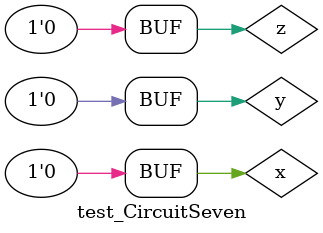
<source format=v>
module test_CircuitSeven;
wire Y;
reg x,y,z;

Mux M(Y,x,y,z);
initial
begin
	x=0;y=0;z=0;
	#20
	x=0;y=0;z=1;
	#20
	x=0;y=1;z=0;
	#20
	x=0;y=1;z=1;
	#20
	x=1;y=0;z=0;
	#20
	x=1;y=0;z=1;
	#20
	x=1;y=1;z=0;
	#20
	x=1;y=1;z=1;
	#20
	x=0;y=0;z=0;
end
	initial
		$monitor("I0=%b I1=%b S=%b Y=%b time=%0d",x,y,z,Y,$time);
endmodule
</source>
